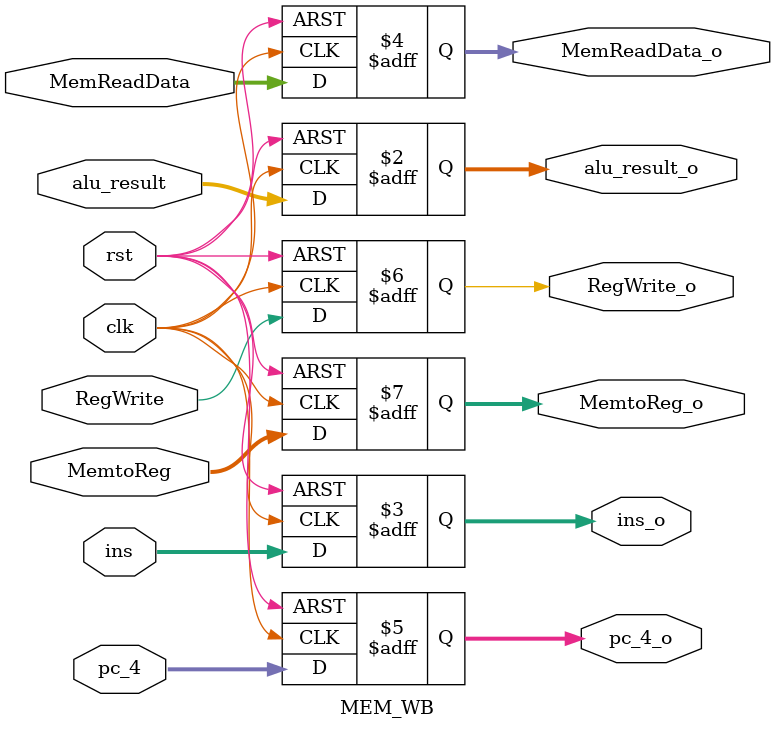
<source format=v>
module MEM_WB(
    input clk,rst,
    input [31:0] alu_result,
    input [31:0] ins,
    input [31:0] MemReadData,
    input [31:0] pc_4,
    output reg [31:0] alu_result_o,
    output reg [31:0] ins_o,
    output reg [31:0] MemReadData_o,
    output reg [31:0] pc_4_o,

    input RegWrite,
    input [1:0]  MemtoReg,
    output reg RegWrite_o,
    output reg [1:0]  MemtoReg_o
);

    reg [31:0] alu_result_t, ins_t, MemReadData_t, pc_4_t;

    reg RegWrite_t;
    reg [1:0] MemtoReg_t;

    always@(posedge clk or posedge rst) begin
        if(rst) begin
            // alu_result_t <= 32'b0;
            // ins_t <= 32'b0;
            // MemReadData_t <= 32'b0;
            // pc_4_t <= 32'b0;

            // RegWrite_t <= 0;
            // MemtoReg_t <= 2'b00;

            alu_result_o <= 0;
            ins_o <= 0;
            MemReadData_o <= 0;
            pc_4_o <= 0;
            RegWrite_o <= 0;
            MemtoReg_o <= 0;
        end
        else begin
            // alu_result_t <= alu_result;
            // ins_t <= ins;
            // MemReadData_t <= MemReadData;
            // pc_4_t <= pc_4;
            // RegWrite_t <= RegWrite;
            // MemtoReg_t <= MemtoReg;

            alu_result_o <= alu_result;
            ins_o <= ins;
            MemReadData_o <= MemReadData;
            pc_4_o <= pc_4;
            RegWrite_o <= RegWrite;
            MemtoReg_o <= MemtoReg;
        end
    end

endmodule
</source>
